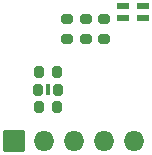
<source format=gbr>
%TF.GenerationSoftware,KiCad,Pcbnew,(6.0.2-0)*%
%TF.CreationDate,2022-05-04T15:05:02+01:00*%
%TF.ProjectId,Generic0,47656e65-7269-4633-902e-6b696361645f,1*%
%TF.SameCoordinates,Original*%
%TF.FileFunction,Soldermask,Bot*%
%TF.FilePolarity,Negative*%
%FSLAX46Y46*%
G04 Gerber Fmt 4.6, Leading zero omitted, Abs format (unit mm)*
G04 Created by KiCad (PCBNEW (6.0.2-0)) date 2022-05-04 15:05:02*
%MOMM*%
%LPD*%
G01*
G04 APERTURE LIST*
G04 Aperture macros list*
%AMRoundRect*
0 Rectangle with rounded corners*
0 $1 Rounding radius*
0 $2 $3 $4 $5 $6 $7 $8 $9 X,Y pos of 4 corners*
0 Add a 4 corners polygon primitive as box body*
4,1,4,$2,$3,$4,$5,$6,$7,$8,$9,$2,$3,0*
0 Add four circle primitives for the rounded corners*
1,1,$1+$1,$2,$3*
1,1,$1+$1,$4,$5*
1,1,$1+$1,$6,$7*
1,1,$1+$1,$8,$9*
0 Add four rect primitives between the rounded corners*
20,1,$1+$1,$2,$3,$4,$5,0*
20,1,$1+$1,$4,$5,$6,$7,0*
20,1,$1+$1,$6,$7,$8,$9,0*
20,1,$1+$1,$8,$9,$2,$3,0*%
G04 Aperture macros list end*
%ADD10RoundRect,0.210000X-0.275000X0.200000X-0.275000X-0.200000X0.275000X-0.200000X0.275000X0.200000X0*%
%ADD11RoundRect,0.210000X0.200000X0.275000X-0.200000X0.275000X-0.200000X-0.275000X0.200000X-0.275000X0*%
%ADD12RoundRect,0.010000X-0.425000X-0.250000X0.425000X-0.250000X0.425000X0.250000X-0.425000X0.250000X0*%
%ADD13RoundRect,0.010000X-0.850000X0.850000X-0.850000X-0.850000X0.850000X-0.850000X0.850000X0.850000X0*%
%ADD14O,1.720000X1.720000*%
G04 APERTURE END LIST*
%TO.C,R4*%
G36*
X97950000Y-47000000D02*
G01*
X97650000Y-47000000D01*
X97650000Y-46100000D01*
X97950000Y-46100000D01*
X97950000Y-47000000D01*
G37*
%TD*%
D10*
%TO.C,R2*%
X102600000Y-40575000D03*
X102600000Y-42225000D03*
%TD*%
D11*
%TO.C,C1*%
X98575000Y-45050000D03*
X97025000Y-45050000D03*
%TD*%
D10*
%TO.C,R1*%
X99400000Y-40575000D03*
X99400000Y-42225000D03*
%TD*%
%TO.C,R3*%
X101000000Y-40575000D03*
X101000000Y-42225000D03*
%TD*%
D11*
%TO.C,R4*%
X98625000Y-46550000D03*
X96975000Y-46550000D03*
%TD*%
D12*
%TO.C,D1*%
X105875000Y-39500000D03*
X104125000Y-39500000D03*
X104125000Y-40500000D03*
X105875000Y-40500000D03*
%TD*%
D11*
%TO.C,C2*%
X98575000Y-48050000D03*
X97025000Y-48050000D03*
%TD*%
D13*
%TO.C,J1*%
X94920000Y-50900000D03*
D14*
X97460000Y-50900000D03*
X100000000Y-50900000D03*
X102540000Y-50900000D03*
X105080000Y-50900000D03*
%TD*%
M02*

</source>
